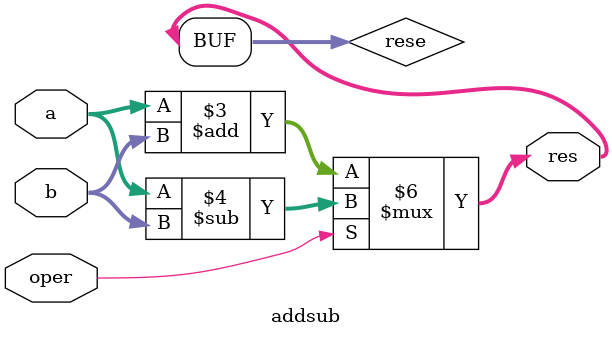
<source format=v>
 module addsub#(parameter width=16)(
	 input        oper,
	 input  [width-1:0] a,
	 input  [width-1:0] b,
	 output [width-1:0] res
 );
 
 reg [width-1:0] rese;
 
 always @(a or b or oper)
 begin
    if (!oper)
       rese = a + b;
    else
       rese = a - b;
 end
 
 assign res = rese;
endmodule
</source>
